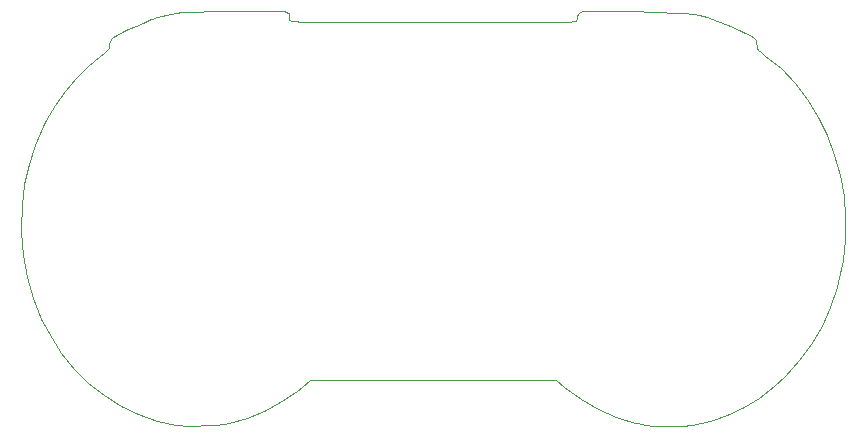
<source format=gbr>
%TF.GenerationSoftware,KiCad,Pcbnew,8.0.5-8.0.5-0~ubuntu22.04.1*%
%TF.CreationDate,2024-11-27T13:58:37+01:00*%
%TF.ProjectId,nerdYcontroller,6e657264-5963-46f6-9e74-726f6c6c6572,rev?*%
%TF.SameCoordinates,Original*%
%TF.FileFunction,Profile,NP*%
%FSLAX46Y46*%
G04 Gerber Fmt 4.6, Leading zero omitted, Abs format (unit mm)*
G04 Created by KiCad (PCBNEW 8.0.5-8.0.5-0~ubuntu22.04.1) date 2024-11-27 13:58:37*
%MOMM*%
%LPD*%
G01*
G04 APERTURE LIST*
%TA.AperFunction,Profile*%
%ADD10C,0.100000*%
%TD*%
G04 APERTURE END LIST*
D10*
%TO.C,outline*%
X-34872869Y-779378D02*
X-34865030Y-1139644D01*
X-34865030Y-1139644D02*
X-34716726Y-3098312D01*
X-34824243Y1097324D02*
X-34872869Y-779378D01*
X-34716726Y-3098312D02*
X-34386329Y-4975075D01*
X-34618200Y2873202D02*
X-34824243Y1097324D01*
X-34386329Y-4975075D02*
X-33872892Y-6772795D01*
X-34249476Y4573666D02*
X-34618200Y2873202D01*
X-33872892Y-6772795D02*
X-33175468Y-8494334D01*
X-33712808Y6224128D02*
X-34249476Y4573666D01*
X-33175468Y-8494334D02*
X-32293110Y-10142557D01*
X-33002931Y7850000D02*
X-33712808Y6224128D01*
X-32768096Y8307286D02*
X-33002931Y7850000D01*
X-32293110Y-10142557D02*
X-31482102Y-11370457D01*
X-32020488Y9568770D02*
X-32768096Y8307286D01*
X-31482102Y-11370457D02*
X-30390155Y-12729772D01*
X-31159443Y10782584D02*
X-32020488Y9568770D01*
X-30390155Y-12729772D02*
X-29179407Y-13937722D01*
X-30215841Y11910710D02*
X-31159443Y10782584D01*
X-29220563Y12915128D02*
X-30215841Y11910710D01*
X-29179407Y-13937722D02*
X-27861060Y-14987403D01*
X-28204488Y13757819D02*
X-29220563Y12915128D01*
X-28187036Y13770689D02*
X-28204488Y13757819D01*
X-27861060Y-14987403D02*
X-26446316Y-15871910D01*
X-27824366Y14043768D02*
X-28187036Y13770689D01*
X-27594326Y14239024D02*
X-27824366Y14043768D01*
X-27466979Y14392065D02*
X-27594326Y14239024D01*
X-27412387Y14538496D02*
X-27466979Y14392065D01*
X-27400616Y14713922D02*
X-27412387Y14538496D01*
X-27400247Y14736721D02*
X-27400616Y14713922D01*
X-27345136Y15043837D02*
X-27400247Y14736721D01*
X-27225001Y15286337D02*
X-27345136Y15043837D01*
X-27092761Y15391381D02*
X-27225001Y15286337D01*
X-26787262Y15568792D02*
X-27092761Y15391381D01*
X-26446316Y-15871910D02*
X-24946377Y-16584339D01*
X-26348487Y15790486D02*
X-26787262Y15568792D01*
X-25805910Y16042829D02*
X-26348487Y15790486D01*
X-25189003Y16312187D02*
X-25805910Y16042829D01*
X-24946377Y-16584339D02*
X-23372445Y-17117786D01*
X-24527241Y16584928D02*
X-25189003Y16312187D01*
X-23850098Y16847419D02*
X-24527241Y16584928D01*
X-23782796Y16872527D02*
X-23850098Y16847419D01*
X-23375261Y17018509D02*
X-23782796Y16872527D01*
X-23372445Y-17117786D02*
X-21735723Y-17465345D01*
X-22990922Y17141050D02*
X-23375261Y17018509D01*
X-22607459Y17242478D02*
X-22990922Y17141050D01*
X-22202553Y17325121D02*
X-22607459Y17242478D01*
X-21753884Y17391308D02*
X-22202553Y17325121D01*
X-21735723Y-17465345D02*
X-21550000Y-17492254D01*
X-21550000Y-17492254D02*
X-20922912Y-17545491D01*
X-21239133Y17443368D02*
X-21753884Y17391308D01*
X-20922912Y-17545491D02*
X-20164678Y-17557812D01*
X-20635980Y17483630D02*
X-21239133Y17443368D01*
X-20164678Y-17557812D02*
X-19339301Y-17532089D01*
X-19922105Y17514421D02*
X-20635980Y17483630D01*
X-19339301Y-17532089D02*
X-18510783Y-17471192D01*
X-19075189Y17538071D02*
X-19922105Y17514421D01*
X-18510783Y-17471192D02*
X-17743128Y-17377991D01*
X-18072912Y17556908D02*
X-19075189Y17538071D01*
X-17743128Y-17377991D02*
X-17310423Y-17302124D01*
X-17310423Y-17302124D02*
X-15780355Y-16899174D01*
X-16892955Y17573261D02*
X-18072912Y17556908D01*
X-16326166Y17580200D02*
X-16892955Y17573261D01*
X-15780355Y-16899174D02*
X-14324799Y-16325745D01*
X-15329616Y17591022D02*
X-16326166Y17580200D01*
X-14507833Y17596446D02*
X-15329616Y17591022D01*
X-14324799Y-16325745D02*
X-12925897Y-15573122D01*
X-13843992Y17594970D02*
X-14507833Y17596446D01*
X-13321266Y17585093D02*
X-13843992Y17594970D01*
X-12925897Y-15573122D02*
X-11565790Y-14632594D01*
X-12922829Y17565314D02*
X-13321266Y17585093D01*
X-12631855Y17534133D02*
X-12922829Y17565314D01*
X-12431517Y17490049D02*
X-12631855Y17534133D01*
X-12304989Y17431560D02*
X-12431517Y17490049D01*
X-12235445Y17357167D02*
X-12304989Y17431560D01*
X-12218269Y16952510D02*
X-12211987Y17021129D01*
X-12211987Y17021129D02*
X-12202718Y17098053D01*
X-12211197Y16891723D02*
X-12218269Y16952510D01*
X-12206057Y17265367D02*
X-12235445Y17357167D01*
X-12202718Y17098053D02*
X-12200000Y17154661D01*
X-12200000Y17154661D02*
X-12206057Y17265367D01*
X-12180401Y16838298D02*
X-12211197Y16891723D01*
X-12115512Y16791764D02*
X-12180401Y16838298D01*
X-12006160Y16751648D02*
X-12115512Y16791764D01*
X-11841977Y16717479D02*
X-12006160Y16751648D01*
X-11612594Y16688787D02*
X-11841977Y16717479D01*
X-11565790Y-14632594D02*
X-11133374Y-14288498D01*
X-11307641Y16665099D02*
X-11612594Y16688787D01*
X-11133374Y-14288498D02*
X-10416748Y-13700000D01*
X-10916749Y16645944D02*
X-11307641Y16665099D01*
X-10429550Y16630850D02*
X-10916749Y16645944D01*
X-10416748Y-13700000D02*
X-7557Y-13700000D01*
X-9835674Y16619347D02*
X-10429550Y16630850D01*
X-9124751Y16610963D02*
X-9835674Y16619347D01*
X-8286414Y16605226D02*
X-9124751Y16610963D01*
X-7310292Y16601665D02*
X-8286414Y16605226D01*
X-6186017Y16599809D02*
X-7310292Y16601665D01*
X-4903219Y16599185D02*
X-6186017Y16599809D01*
X-3451530Y16599324D02*
X-4903219Y16599185D01*
X-1820580Y16599753D02*
X-3451530Y16599324D01*
X-7557Y-13700000D02*
X10401634Y-13700000D01*
X-1Y16600000D02*
X-1820580Y16599753D01*
X210935Y16600002D02*
X-1Y16600000D01*
X2006047Y16600223D02*
X210935Y16600002D01*
X3612670Y16600904D02*
X2006047Y16600223D01*
X5041164Y16602180D02*
X3612670Y16600904D01*
X6301893Y16604187D02*
X5041164Y16602180D01*
X7405217Y16607059D02*
X6301893Y16604187D01*
X8361498Y16610932D02*
X7405217Y16607059D01*
X9181100Y16615940D02*
X8361498Y16610932D01*
X9874383Y16622219D02*
X9181100Y16615940D01*
X10401634Y-13700000D02*
X11122405Y-14305185D01*
X10451709Y16629903D02*
X9874383Y16622219D01*
X10923440Y16639128D02*
X10451709Y16629903D01*
X11122405Y-14305185D02*
X12490157Y-15326235D01*
X11299938Y16650028D02*
X10923440Y16639128D01*
X11591565Y16662739D02*
X11299938Y16650028D01*
X11808683Y16677396D02*
X11591565Y16662739D01*
X11961654Y16694133D02*
X11808683Y16677396D01*
X12060839Y16713086D02*
X11961654Y16694133D01*
X12116601Y16734390D02*
X12060839Y16713086D01*
X12139301Y16758179D02*
X12116601Y16734390D01*
X12167849Y16854990D02*
X12139301Y16758179D01*
X12200000Y17105874D02*
X12167849Y16854990D01*
X12270513Y17283124D02*
X12200000Y17105874D01*
X12452480Y17460822D02*
X12270513Y17283124D01*
X12490157Y-15326235D02*
X13948440Y-16170123D01*
X12495405Y17485907D02*
X12452480Y17460822D01*
X12582500Y17520183D02*
X12495405Y17485907D01*
X12707347Y17546989D02*
X12582500Y17520183D01*
X12887965Y17566545D02*
X12707347Y17546989D01*
X13142373Y17579068D02*
X12887965Y17566545D01*
X13488589Y17584778D02*
X13142373Y17579068D01*
X13944634Y17583894D02*
X13488589Y17584778D01*
X13948440Y-16170123D02*
X15490527Y-16833528D01*
X14528526Y17576634D02*
X13944634Y17583894D01*
X15258285Y17563217D02*
X14528526Y17576634D01*
X15490527Y-16833528D02*
X17109691Y-17313131D01*
X16151930Y17543862D02*
X15258285Y17563217D01*
X17109691Y-17313131D02*
X17308487Y-17358095D01*
X17227480Y17518787D02*
X16151930Y17543862D01*
X17308487Y-17358095D02*
X17944901Y-17462408D01*
X17944901Y-17462408D02*
X18715207Y-17534396D01*
X18334765Y17491003D02*
X17227480Y17518787D01*
X18715207Y-17534396D02*
X19555693Y-17572596D01*
X19349805Y17461743D02*
X18334765Y17491003D01*
X19555693Y-17572596D02*
X20402649Y-17575547D01*
X20195098Y17432423D02*
X19349805Y17461743D01*
X20402649Y-17575547D02*
X21192362Y-17541788D01*
X20886335Y17402254D02*
X20195098Y17432423D01*
X21192362Y-17541788D02*
X21861121Y-17469857D01*
X21439208Y17370446D02*
X20886335Y17402254D01*
X21861121Y-17469857D02*
X21901189Y-17463447D01*
X21869405Y17336210D02*
X21439208Y17370446D01*
X21901189Y-17463447D02*
X23463128Y-17127925D01*
X22192617Y17298756D02*
X21869405Y17336210D01*
X22424536Y17257295D02*
X22192617Y17298756D01*
X22536752Y17230462D02*
X22424536Y17257295D01*
X23214445Y17031422D02*
X22536752Y17230462D01*
X23463128Y-17127925D02*
X24915481Y-16646868D01*
X24040419Y16736815D02*
X23214445Y17031422D01*
X24915481Y-16646868D02*
X26280143Y-16008824D01*
X24995793Y16353741D02*
X24040419Y16736815D01*
X26061686Y15889303D02*
X24995793Y16353741D01*
X26280143Y-16008824D02*
X27579008Y-15202336D01*
X26417978Y15724751D02*
X26061686Y15889303D01*
X26845082Y15503969D02*
X26417978Y15724751D01*
X27129245Y15308402D02*
X26845082Y15503969D01*
X27298058Y15111655D02*
X27129245Y15308402D01*
X27379113Y14887334D02*
X27298058Y15111655D01*
X27400000Y14609045D02*
X27379113Y14887334D01*
X27400322Y14588963D02*
X27400000Y14609045D01*
X27434596Y14431390D02*
X27400322Y14588963D01*
X27546605Y14268279D02*
X27434596Y14431390D01*
X27579008Y-15202336D02*
X28833972Y-14215951D01*
X27766536Y14065458D02*
X27546605Y14268279D01*
X28124575Y13788750D02*
X27766536Y14065458D01*
X28833972Y-14215951D02*
X29757225Y-13353540D01*
X29416986Y12709832D02*
X28124575Y13788750D01*
X29757225Y-13353540D02*
X30976680Y-12017197D01*
X30606391Y11469780D02*
X29416986Y12709832D01*
X30976680Y-12017197D02*
X32017737Y-10612493D01*
X31661243Y10103532D02*
X30606391Y11469780D01*
X32017737Y-10612493D02*
X32891424Y-9120023D01*
X32576662Y8626244D02*
X31661243Y10103532D01*
X32891424Y-9120023D02*
X33608773Y-7520383D01*
X33347766Y7053073D02*
X32576662Y8626244D01*
X33608773Y-7520383D02*
X34180812Y-5794166D01*
X33969674Y5399177D02*
X33347766Y7053073D01*
X34180812Y-5794166D02*
X34294669Y-5370674D01*
X34294669Y-5370674D02*
X34670439Y-3550712D01*
X34437505Y3679710D02*
X33969674Y5399177D01*
X34670439Y-3550712D02*
X34867726Y-1720536D01*
X34746378Y1909832D02*
X34437505Y3679710D01*
X34867726Y-1720536D02*
X34891412Y104697D01*
X34891412Y104697D02*
X34746378Y1909832D01*
%TD*%
M02*

</source>
